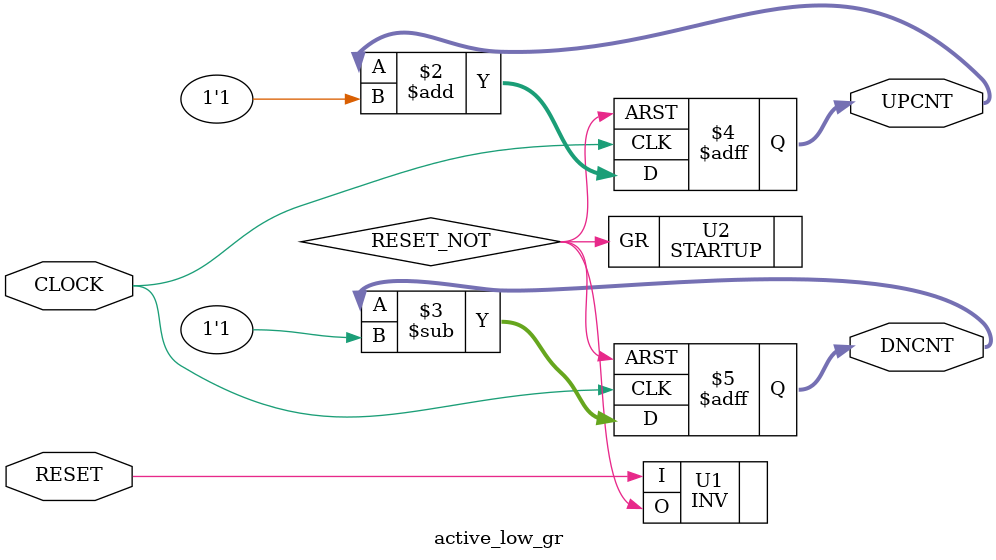
<source format=v>

module active_low_gr ( CLOCK, RESET, UPCNT, DNCNT);

   input        CLOCK, RESET;
   output [3:0] UPCNT;
   output [3:0] DNCNT;

   wire       RESET_NOT;
   reg  [3:0] UPCNT;
   reg  [3:0] DNCNT;

   INV U1 (.O(RESET_NOT), .I(RESET));

   STARTUP U2 (.GR(RESET_NOT));

   always @ (posedge CLOCK or posedge RESET_NOT) 
   begin
      if (RESET_NOT) 
      begin
         UPCNT = 4'b0000;
         DNCNT = 4'b1111;
      end 
      else 
      begin
         UPCNT = UPCNT + 1'b1;
         DNCNT = DNCNT - 1'b1;
      end
   end

endmodule

</source>
